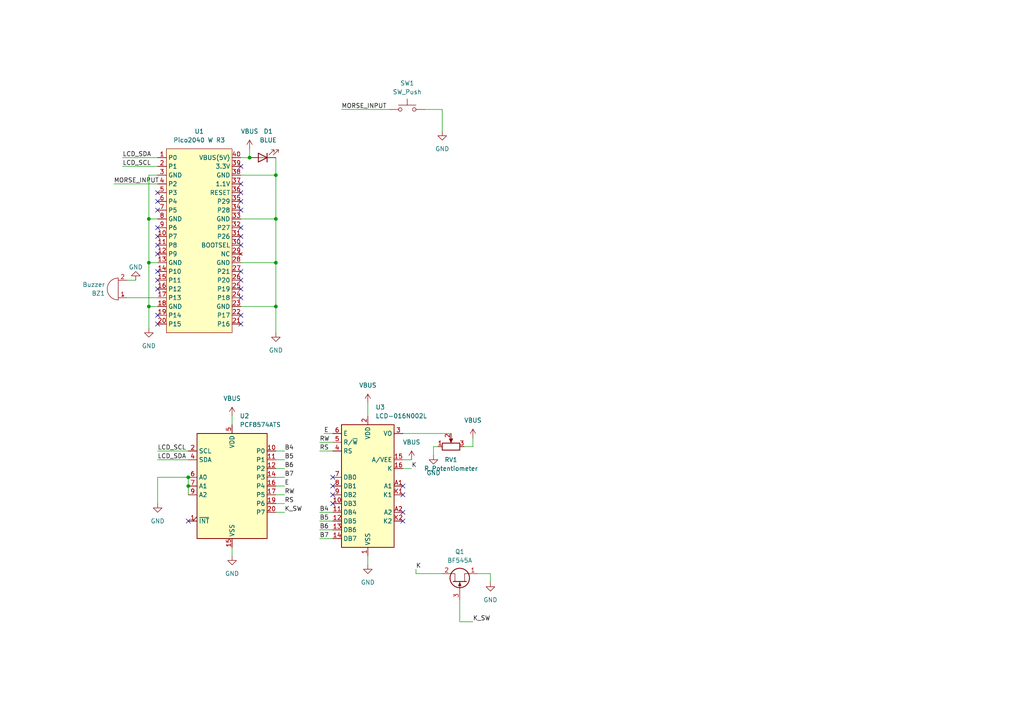
<source format=kicad_sch>
(kicad_sch (version 20230121) (generator eeschema)
  (paper "A4")
  (lib_symbols
    (symbol "Device:Buzzer" (pin_names (offset 0.0254) hide)
      (property "Reference" "BZ" (at 3.81 1.27 0))
      (property "Value" "Buzzer" (at 3.81 -1.27 0))
      (symbol "Buzzer_0_1"
        (arc (start 0 -3.175) (mid 3.1612 0) (end 0 3.175))
        (polyline (pts (xy -1.651 1.905) (xy -1.143 1.905)))
        (polyline (pts (xy -1.397 2.159) (xy -1.397 1.651)))
        (polyline (pts (xy 0 3.175) (xy 0 -3.175)))
      )
      (symbol "Buzzer_1_1"
        (pin passive line (at -2.54 2.54 0) (length 2.54) (name "-") (number "1"))
        (pin passive line (at -2.54 -2.54 0) (length 2.54) (name "+") (number "2"))
      )
    )
    (symbol "Device:LED" (pin_numbers hide) (pin_names (offset 1.016) hide)
      (property "Reference" "D" (at 0 2.54 0))
      (property "Value" "LED" (at 0 -2.54 0))
      (symbol "LED_0_1"
        (polyline (pts (xy -1.27 -1.27) (xy -1.27 1.27)) (stroke (width 0.254)))
        (polyline (pts (xy -1.27 0) (xy 1.27 0)))
        (polyline (pts (xy 1.27 -1.27) (xy 1.27 1.27) (xy -1.27 0) (xy 1.27 -1.27)) (stroke (width 0.254)))
        (polyline (pts (xy -3.048 -0.762) (xy -4.572 -2.286) (xy -3.81 -2.286) (xy -4.572 -2.286) (xy -4.572 -1.524)))
        (polyline (pts (xy -1.778 -0.762) (xy -3.302 -2.286) (xy -2.54 -2.286) (xy -3.302 -2.286) (xy -3.302 -1.524)))
      )
      (symbol "LED_1_1"
        (pin passive line (at -3.81 0 0) (length 2.54) (name "K") (number "1"))
        (pin passive line (at 3.81 0 180) (length 2.54) (name "A") (number "2"))
      )
    )
    (symbol "Device:R_Potentiometer" (pin_names (offset 1.016) hide)
      (property "Reference" "RV" (at -4.445 0 90))
      (property "Value" "R_Potentiometer" (at -2.54 0 90))
      (symbol "R_Potentiometer_0_1"
        (polyline (pts (xy 2.54 0) (xy 1.524 0)))
        (polyline (pts (xy 1.143 0) (xy 2.286 0.508) (xy 2.286 -0.508) (xy 1.143 0)) (fill (type outline)))
        (rectangle (start 1.016 2.54) (end -1.016 -2.54) (stroke (width 0.254)))
      )
      (symbol "R_Potentiometer_1_1"
        (pin passive line (at 0 3.81 270) (length 1.27) (name "1") (number "1"))
        (pin passive line (at 3.81 0 180) (length 1.27) (name "2") (number "2"))
        (pin passive line (at 0 -3.81 90) (length 1.27) (name "3") (number "3"))
      )
    )
    (symbol "Display_Character:LCD-016N002L"
      (property "Reference" "U" (at -6.35 18.796 0))
      (property "Value" "LCD-016N002L" (at 8.636 18.796 0))
      (symbol "LCD-016N002L_1_1"
        (rectangle (start -7.62 17.78) (end 7.62 -17.78) (stroke (width 0.254)) (fill (type background)))
        (pin power_in line (at 0 -20.32 90) (length 2.54) (name "VSS") (number "1"))
        (pin bidirectional line (at -10.16 -5.08 0) (length 2.54) (name "DB3") (number "10"))
        (pin bidirectional line (at -10.16 -7.62 0) (length 2.54) (name "DB4") (number "11"))
        (pin bidirectional line (at -10.16 -10.16 0) (length 2.54) (name "DB5") (number "12"))
        (pin bidirectional line (at -10.16 -12.7 0) (length 2.54) (name "DB6") (number "13"))
        (pin bidirectional line (at -10.16 -15.24 0) (length 2.54) (name "DB7") (number "14"))
        (pin power_in line (at 10.16 7.62 180) (length 2.54) (name "A/VEE") (number "15"))
        (pin power_in line (at 10.16 5.08 180) (length 2.54) (name "K") (number "16"))
        (pin power_in line (at 0 20.32 270) (length 2.54) (name "VDD") (number "2"))
        (pin input line (at 10.16 15.24 180) (length 2.54) (name "VO") (number "3"))
        (pin input line (at -10.16 10.16 0) (length 2.54) (name "RS") (number "4"))
        (pin input line (at -10.16 12.7 0) (length 2.54) (name "R/~{W}") (number "5"))
        (pin input line (at -10.16 15.24 0) (length 2.54) (name "E") (number "6"))
        (pin bidirectional line (at -10.16 2.54 0) (length 2.54) (name "DB0") (number "7"))
        (pin bidirectional line (at -10.16 0 0) (length 2.54) (name "DB1") (number "8"))
        (pin bidirectional line (at -10.16 -2.54 0) (length 2.54) (name "DB2") (number "9"))
        (pin power_in line (at 10.16 0 180) (length 2.54) (name "A1") (number "A1"))
        (pin power_in line (at 10.16 -7.62 180) (length 2.54) (name "A2") (number "A2"))
        (pin power_in line (at 10.16 -2.54 180) (length 2.54) (name "K1") (number "K1"))
        (pin power_in line (at 10.16 -10.16 180) (length 2.54) (name "K2") (number "K2"))
      )
    )
    (symbol "Interface_Expansion:PCF8574ATS"
      (property "Reference" "U" (at -8.89 16.51 0))
      (property "Value" "PCF8574ATS" (at 3.81 16.51 0))
      (symbol "PCF8574ATS_0_1"
        (rectangle (start -10.16 15.24) (end 10.16 -15.24) (stroke (width 0.254)) (fill (type background)))
      )
      (symbol "PCF8574ATS_1_1"
        (pin open_collector output_low (at -12.7 -10.16 0) (length 2.54) (name "~{INT}") (number "1"))
        (pin bidirectional line (at 12.7 10.16 180) (length 2.54) (name "P0") (number "10"))
        (pin bidirectional line (at 12.7 7.62 180) (length 2.54) (name "P1") (number "11"))
        (pin bidirectional line (at 12.7 5.08 180) (length 2.54) (name "P2") (number "12"))
        (pin no_connect line (at -10.16 -5.08 0) (length 2.54) hide (name "NC") (number "13"))
        (pin bidirectional line (at 12.7 2.54 180) (length 2.54) (name "P3") (number "14"))
        (pin power_in line (at 0 -17.78 90) (length 2.54) (name "VSS") (number "15"))
        (pin bidirectional line (at 12.7 0 180) (length 2.54) (name "P4") (number "16"))
        (pin bidirectional line (at 12.7 -2.54 180) (length 2.54) (name "P5") (number "17"))
        (pin no_connect line (at -10.16 -7.62 0) (length 2.54) hide (name "NC") (number "18"))
        (pin bidirectional line (at 12.7 -5.08 180) (length 2.54) (name "P6") (number "19"))
        (pin input line (at -12.7 10.16 0) (length 2.54) (name "SCL") (number "2"))
        (pin bidirectional line (at 12.7 -7.62 180) (length 2.54) (name "P7") (number "20"))
        (pin no_connect line (at 10.16 -10.16 180) (length 2.54) hide (name "NC") (number "3"))
        (pin bidirectional line (at -12.7 7.62 0) (length 2.54) (name "SDA") (number "4"))
        (pin power_in line (at 0 17.78 270) (length 2.54) (name "VDD") (number "5"))
        (pin input line (at -12.7 2.54 0) (length 2.54) (name "A0") (number "6"))
        (pin input line (at -12.7 0 0) (length 2.54) (name "A1") (number "7"))
        (pin no_connect line (at 10.16 -12.7 180) (length 2.54) hide (name "NC") (number "8"))
        (pin input line (at -12.7 -2.54 0) (length 2.54) (name "A2") (number "9"))
      )
    )
    (symbol "Pico2040-W:Pico2040-W-R3"
      (property "Reference" "U" (at -11.43 31.75 0))
      (property "Value" "Pico2040 W R3" (at -6.35 29.21 0))
      (symbol "Pico2040-W-R3_1_1"
        (rectangle (start -8.89 27.94) (end 10.16 -25.4) (fill (type background)))
        (pin bidirectional line (at -11.43 25.4 0) (length 2.54) (name "P0") (number "1"))
        (pin bidirectional line (at -11.43 2.54 0) (length 2.54) (name "P7") (number "10"))
        (pin bidirectional line (at -11.43 0 0) (length 2.54) (name "P8") (number "11"))
        (pin bidirectional line (at -11.43 -2.54 0) (length 2.54) (name "P9") (number "12"))
        (pin power_out line (at -11.43 -5.08 0) (length 2.54) (name "GND") (number "13"))
        (pin bidirectional line (at -11.43 -7.62 0) (length 2.54) (name "P10") (number "14"))
        (pin bidirectional line (at -11.43 -10.16 0) (length 2.54) (name "P11") (number "15"))
        (pin bidirectional line (at -11.43 -12.7 0) (length 2.54) (name "P12") (number "16"))
        (pin bidirectional line (at -11.43 -15.24 0) (length 2.54) (name "P13") (number "17"))
        (pin power_out line (at -11.43 -17.78 0) (length 2.54) (name "GND") (number "18"))
        (pin bidirectional line (at -11.43 -20.32 0) (length 2.54) (name "P14") (number "19"))
        (pin bidirectional line (at -11.43 22.86 0) (length 2.54) (name "P1") (number "2"))
        (pin bidirectional line (at -11.43 -22.86 0) (length 2.54) (name "P15") (number "20"))
        (pin bidirectional line (at 12.7 -22.86 180) (length 2.54) (name "P16") (number "21"))
        (pin bidirectional line (at 12.7 -20.32 180) (length 2.54) (name "P17") (number "22"))
        (pin power_out line (at 12.7 -17.78 180) (length 2.54) (name "GND") (number "23"))
        (pin bidirectional line (at 12.7 -15.24 180) (length 2.54) (name "P18") (number "24"))
        (pin bidirectional line (at 12.7 -12.7 180) (length 2.54) (name "P19") (number "25"))
        (pin bidirectional line (at 12.7 -10.16 180) (length 2.54) (name "P20") (number "26"))
        (pin bidirectional line (at 12.7 -7.62 180) (length 2.54) (name "P21") (number "27"))
        (pin power_out line (at 12.7 -5.08 180) (length 2.54) (name "GND") (number "28"))
        (pin no_connect line (at 12.7 -2.54 180) (length 2.54) (name "NC") (number "29"))
        (pin power_out line (at -11.43 20.32 0) (length 2.54) (name "GND") (number "3"))
        (pin input line (at 12.7 0 180) (length 2.54) (name "BOOTSEL") (number "30"))
        (pin bidirectional line (at 12.7 2.54 180) (length 2.54) (name "P26") (number "31"))
        (pin bidirectional line (at 12.7 5.08 180) (length 2.54) (name "P27") (number "32"))
        (pin power_out line (at 12.7 7.62 180) (length 2.54) (name "GND") (number "33"))
        (pin bidirectional line (at 12.7 10.16 180) (length 2.54) (name "P28") (number "34"))
        (pin bidirectional line (at 12.7 12.7 180) (length 2.54) (name "P29") (number "35"))
        (pin input line (at 12.7 15.24 180) (length 2.54) (name "RESET") (number "36"))
        (pin power_out line (at 12.7 17.78 180) (length 2.54) (name "1.1V") (number "37"))
        (pin power_out line (at 12.7 20.32 180) (length 2.54) (name "GND") (number "38"))
        (pin power_out line (at 12.7 22.86 180) (length 2.54) (name "3.3V") (number "39"))
        (pin bidirectional line (at -11.43 17.78 0) (length 2.54) (name "P2") (number "4"))
        (pin power_out line (at 12.7 25.4 180) (length 2.54) (name "VBUS(5V)") (number "40"))
        (pin bidirectional line (at -11.43 15.24 0) (length 2.54) (name "P3") (number "5"))
        (pin bidirectional line (at -11.43 12.7 0) (length 2.54) (name "P4") (number "6"))
        (pin bidirectional line (at -11.43 10.16 0) (length 2.54) (name "P5") (number "7"))
        (pin power_out line (at -11.43 7.62 0) (length 2.54) (name "GND") (number "8"))
        (pin bidirectional line (at -11.43 5.08 0) (length 2.54) (name "P6") (number "9"))
      )
    )
    (symbol "Switch:SW_Push" (pin_numbers hide) (pin_names (offset 1.016) hide)
      (property "Reference" "SW" (at 1.27 2.54 0))
      (property "Value" "SW_Push" (at 0 -1.524 0))
      (symbol "SW_Push_0_1"
        (circle (center -2.032 0) (radius 0.508))
        (polyline (pts (xy 0 1.27) (xy 0 3.048)))
        (polyline (pts (xy 2.54 1.27) (xy -2.54 1.27)))
        (circle (center 2.032 0) (radius 0.508))
        (pin passive line (at -5.08 0 0) (length 2.54) (name "1") (number "1"))
        (pin passive line (at 5.08 0 180) (length 2.54) (name "2") (number "2"))
      )
    )
    (symbol "Transistor_FET:BF545A" (pin_names hide)
      (property "Reference" "Q" (at 5.08 1.905 0))
      (property "Value" "BF545A" (at 5.08 0 0))
      (symbol "BF545A_0_1"
        (polyline (pts (xy 0.254 0) (xy -2.54 0)))
        (polyline (pts (xy 0.254 1.905) (xy 0.254 -1.905)) (stroke (width 0.254)))
        (polyline (pts (xy 2.54 -2.54) (xy 2.54 -1.397) (xy 0.254 -1.397)))
        (polyline (pts (xy 2.54 2.54) (xy 2.54 1.397) (xy 0.254 1.397)))
        (polyline (pts (xy 0 0) (xy -1.016 0.381) (xy -1.016 -0.381) (xy 0 0)) (fill (type outline)))
        (circle (center 1.27 0) (radius 2.8194) (stroke (width 0.254)))
      )
      (symbol "BF545A_1_1"
        (pin passive line (at 2.54 -5.08 90) (length 2.54) (name "S") (number "1"))
        (pin passive line (at 2.54 5.08 270) (length 2.54) (name "D") (number "2"))
        (pin input line (at -5.08 0 0) (length 2.54) (name "G") (number "3"))
      )
    )
    (symbol "power:GND" (power) (pin_names (offset 0))
      (property "Value" "GND" (at 0 -3.81 0))
      (symbol "GND_0_1"
        (polyline (pts (xy 0 0) (xy 0 -1.27) (xy 1.27 -1.27) (xy 0 -2.54) (xy -1.27 -1.27) (xy 0 -1.27)))
      )
      (symbol "GND_1_1"
        (pin power_in line (at 0 0 270) (length 0) hide (name "GND") (number "1"))
      )
    )
    (symbol "power:VBUS" (power) (pin_names (offset 0))
      (property "Value" "VBUS" (at 0 3.81 0))
      (symbol "VBUS_0_1"
        (polyline (pts (xy -0.762 1.27) (xy 0 2.54)))
        (polyline (pts (xy 0 0) (xy 0 2.54)))
        (polyline (pts (xy 0 2.54) (xy 0.762 1.27)))
      )
      (symbol "VBUS_1_1"
        (pin power_in line (at 0 0 90) (length 0) hide (name "VBUS") (number "1"))
      )
    )
  )
  (junction (at 54.61 138.43))
  (junction (at 80.01 76.2))
  (junction (at 43.18 63.5))
  (junction (at 80.01 88.9))
  (junction (at 72.39 45.72))
  (junction (at 43.18 76.2))
  (junction (at 80.01 50.8))
  (junction (at 43.18 88.9))
  (junction (at 54.61 140.97))
  (junction (at 80.01 63.5))
  (no_connect (at 54.61 151.13))
  (no_connect (at 45.72 91.44))
  (no_connect (at 69.85 71.12))
  (no_connect (at 45.72 93.98))
  (no_connect (at 69.85 81.28))
  (no_connect (at 69.85 86.36))
  (no_connect (at 45.72 66.04))
  (no_connect (at 96.52 146.05))
  (no_connect (at 69.85 60.96))
  (no_connect (at 69.85 55.88))
  (no_connect (at 45.72 60.96))
  (no_connect (at 116.84 143.51))
  (no_connect (at 45.72 78.74))
  (no_connect (at 45.72 73.66))
  (no_connect (at 96.52 138.43))
  (no_connect (at 45.72 68.58))
  (no_connect (at 69.85 53.34))
  (no_connect (at 116.84 151.13))
  (no_connect (at 69.85 66.04))
  (no_connect (at 45.72 55.88))
  (no_connect (at 45.72 58.42))
  (no_connect (at 116.84 140.97))
  (no_connect (at 45.72 71.12))
  (no_connect (at 69.85 58.42))
  (no_connect (at 96.52 140.97))
  (no_connect (at 69.85 93.98))
  (no_connect (at 69.85 91.44))
  (no_connect (at 45.72 81.28))
  (no_connect (at 69.85 48.26))
  (no_connect (at 69.85 83.82))
  (no_connect (at 116.84 148.59))
  (no_connect (at 96.52 143.51))
  (no_connect (at 69.85 78.74))
  (no_connect (at 69.85 68.58))
  (no_connect (at 45.72 83.82))
  (wire (pts (xy 80.01 96.52) (xy 80.01 88.9)))
  (wire (pts (xy 39.37 81.28) (xy 36.83 81.28)))
  (wire (pts (xy 128.27 31.75) (xy 123.19 31.75)))
  (wire (pts (xy 45.72 130.81) (xy 54.61 130.81)))
  (wire (pts (xy 106.68 116.84) (xy 106.68 120.65)))
  (wire (pts (xy 128.27 166.37) (xy 120.65 166.37)))
  (wire (pts (xy 80.01 45.72) (xy 80.01 50.8)))
  (wire (pts (xy 43.18 63.5) (xy 43.18 50.8)))
  (wire (pts (xy 119.38 133.35) (xy 116.84 133.35)))
  (wire (pts (xy 142.24 168.91) (xy 142.24 166.37)))
  (wire (pts (xy 80.01 76.2) (xy 80.01 63.5)))
  (wire (pts (xy 80.01 138.43) (xy 82.55 138.43)))
  (wire (pts (xy 80.01 148.59) (xy 82.55 148.59)))
  (wire (pts (xy 45.72 88.9) (xy 43.18 88.9)))
  (wire (pts (xy 80.01 50.8) (xy 69.85 50.8)))
  (wire (pts (xy 80.01 133.35) (xy 82.55 133.35)))
  (wire (pts (xy 116.84 125.73) (xy 130.81 125.73)))
  (wire (pts (xy 106.68 161.29) (xy 106.68 163.83)))
  (wire (pts (xy 80.01 146.05) (xy 82.55 146.05)))
  (wire (pts (xy 69.85 76.2) (xy 80.01 76.2)))
  (wire (pts (xy 43.18 76.2) (xy 43.18 63.5)))
  (wire (pts (xy 67.31 120.65) (xy 67.31 123.19)))
  (wire (pts (xy 35.56 48.26) (xy 45.72 48.26)))
  (wire (pts (xy 93.98 125.73) (xy 96.52 125.73)))
  (wire (pts (xy 92.71 128.27) (xy 96.52 128.27)))
  (wire (pts (xy 80.01 135.89) (xy 82.55 135.89)))
  (wire (pts (xy 45.72 138.43) (xy 45.72 146.05)))
  (wire (pts (xy 69.85 63.5) (xy 80.01 63.5)))
  (wire (pts (xy 45.72 133.35) (xy 54.61 133.35)))
  (wire (pts (xy 43.18 88.9) (xy 43.18 76.2)))
  (wire (pts (xy 33.02 53.34) (xy 45.72 53.34)))
  (wire (pts (xy 43.18 76.2) (xy 45.72 76.2)))
  (wire (pts (xy 99.06 31.75) (xy 113.03 31.75)))
  (wire (pts (xy 72.39 45.72) (xy 69.85 45.72)))
  (wire (pts (xy 142.24 166.37) (xy 138.43 166.37)))
  (wire (pts (xy 80.01 63.5) (xy 80.01 50.8)))
  (wire (pts (xy 92.71 151.13) (xy 96.52 151.13)))
  (wire (pts (xy 80.01 130.81) (xy 82.55 130.81)))
  (wire (pts (xy 125.73 129.54) (xy 127 129.54)))
  (wire (pts (xy 92.71 156.21) (xy 96.52 156.21)))
  (wire (pts (xy 116.84 135.89) (xy 119.38 135.89)))
  (wire (pts (xy 120.65 166.37) (xy 120.65 165.1)))
  (wire (pts (xy 137.16 180.34) (xy 133.35 180.34)))
  (wire (pts (xy 36.83 86.36) (xy 45.72 86.36)))
  (wire (pts (xy 43.18 63.5) (xy 45.72 63.5)))
  (wire (pts (xy 80.01 140.97) (xy 82.55 140.97)))
  (wire (pts (xy 80.01 88.9) (xy 80.01 76.2)))
  (wire (pts (xy 69.85 88.9) (xy 80.01 88.9)))
  (wire (pts (xy 92.71 148.59) (xy 96.52 148.59)))
  (wire (pts (xy 80.01 143.51) (xy 82.55 143.51)))
  (wire (pts (xy 54.61 138.43) (xy 45.72 138.43)))
  (wire (pts (xy 54.61 138.43) (xy 54.61 140.97)))
  (wire (pts (xy 125.73 132.08) (xy 125.73 129.54)))
  (wire (pts (xy 137.16 127) (xy 137.16 129.54)))
  (wire (pts (xy 54.61 140.97) (xy 54.61 143.51)))
  (wire (pts (xy 92.71 130.81) (xy 96.52 130.81)))
  (wire (pts (xy 35.56 45.72) (xy 45.72 45.72)))
  (wire (pts (xy 43.18 50.8) (xy 45.72 50.8)))
  (wire (pts (xy 67.31 158.75) (xy 67.31 161.29)))
  (wire (pts (xy 128.27 38.1) (xy 128.27 31.75)))
  (wire (pts (xy 92.71 153.67) (xy 96.52 153.67)))
  (wire (pts (xy 133.35 180.34) (xy 133.35 173.99)))
  (wire (pts (xy 43.18 88.9) (xy 43.18 95.25)))
  (wire (pts (xy 137.16 129.54) (xy 134.62 129.54)))
  (wire (pts (xy 72.39 43.18) (xy 72.39 45.72)))
  (label "LCD_SDA" (at 35.56 45.72 0))
  (label "E" (at 82.55 140.97 0))
  (label "RS" (at 92.71 130.81 0))
  (label "B4" (at 92.71 148.59 0))
  (label "B5" (at 82.55 133.35 0))
  (label "B6" (at 92.71 153.67 0))
  (label "RS" (at 82.55 146.05 0))
  (label "LCD_SCL" (at 45.72 130.81 0))
  (label "B5" (at 92.71 151.13 0))
  (label "K" (at 120.65 165.1 0))
  (label "B4" (at 82.55 130.81 0))
  (label "E" (at 93.98 125.73 0))
  (label "LCD_SCL" (at 35.56 48.26 0))
  (label "B7" (at 92.71 156.21 0))
  (label "LCD_SDA" (at 45.72 133.35 0))
  (label "B6" (at 82.55 135.89 0))
  (label "RW" (at 82.55 143.51 0))
  (label "K" (at 119.38 135.89 0))
  (label "MORSE_INPUT" (at 33.02 53.34 0))
  (label "K_SW" (at 137.16 180.34 0))
  (label "RW" (at 92.71 128.27 0))
  (label "MORSE_INPUT" (at 99.06 31.75 0))
  (label "K_SW" (at 82.55 148.59 0))
  (label "B7" (at 82.55 138.43 0))
  (symbol (lib_id "power:GND") (at 67.31 161.29 0) (unit 1)
    (property "Reference" "#PWR03" (effects hide))
    (property "Value" "GND" (at 67.31 166.37 0))
  )
  (symbol (lib_id "Transistor_FET:BF545A") (at 133.35 168.91 90) (unit 1)
    (property "Reference" "Q1" (at 133.35 160.02 90))
    (property "Value" "BF545A" (at 133.35 162.56 90))
    (property "Footprint" "Package_TO_SOT_SMD:SOT-23" (effects hide))
    (property "Datasheet" "https://www.nxp.com/docs/en/data-sheet/BF545A_BF545B_BF545C.pdf" (effects hide))
  )
  (symbol (lib_id "power:GND") (at 80.01 96.52 0) (unit 1)
    (property "Reference" "#PWR011" (effects hide))
    (property "Value" "GND" (at 80.01 101.6 0))
  )
  (symbol (lib_id "power:VBUS") (at 72.39 43.18 0) (unit 1)
    (property "Reference" "#PWR010" (effects hide))
    (property "Value" "VBUS" (at 72.39 38.1 0))
  )
  (symbol (lib_id "power:GND") (at 125.73 132.08 0) (unit 1)
    (property "Reference" "#PWR07" (effects hide))
    (property "Value" "GND" (at 125.73 137.16 0))
  )
  (symbol (lib_id "power:VBUS") (at 119.38 133.35 0) (mirror y) (unit 1)
    (property "Reference" "#PWR06" (effects hide))
    (property "Value" "VBUS" (at 119.38 128.27 0))
  )
  (symbol (lib_id "power:VBUS") (at 106.68 116.84 0) (unit 1)
    (property "Reference" "#PWR04" (effects hide))
    (property "Value" "VBUS" (at 106.68 111.76 0))
  )
  (symbol (lib_id "power:GND") (at 106.68 163.83 0) (unit 1)
    (property "Reference" "#PWR05" (effects hide))
    (property "Value" "GND" (at 106.68 168.91 0))
  )
  (symbol (lib_id "power:GND") (at 128.27 38.1 0) (unit 1)
    (property "Reference" "#PWR012" (effects hide))
    (property "Value" "GND" (at 128.27 43.18 0))
  )
  (symbol (lib_id "Device:LED") (at 76.2 45.72 180) (unit 1)
    (property "Reference" "D1" (at 77.7875 38.1 0))
    (property "Value" "BLUE" (at 77.7875 40.64 0))
    (property "Footprint" "LED_SMD:LED_0201_0603Metric" (effects hide))
  )
  (symbol (lib_id "power:VBUS") (at 137.16 127 0) (unit 1)
    (property "Reference" "#PWR08" (effects hide))
    (property "Value" "VBUS" (at 137.16 121.92 0))
  )
  (symbol (lib_id "power:GND") (at 45.72 146.05 0) (unit 1)
    (property "Reference" "#PWR01" (effects hide))
    (property "Value" "GND" (at 45.72 151.13 0))
  )
  (symbol (lib_id "power:GND") (at 142.24 168.91 0) (unit 1)
    (property "Reference" "#PWR09" (effects hide))
    (property "Value" "GND" (at 142.24 173.99 0))
  )
  (symbol (lib_id "Display_Character:LCD-016N002L") (at 106.68 140.97 0) (unit 1)
    (property "Reference" "U3" (at 108.9041 118.11 0) (effects (justify left)))
    (property "Value" "LCD-016N002L" (at 108.9041 120.65 0) (effects (justify left)))
    (property "Footprint" "Display:LCD-016N002L" (effects hide))
    (property "Datasheet" "http://www.vishay.com/docs/37299/37299.pdf" (effects hide))
  )
  (symbol (lib_id "Device:R_Potentiometer") (at 130.81 129.54 90) (unit 1)
    (property "Reference" "RV1" (at 130.81 133.35 90))
    (property "Value" "R_Potentiometer" (at 130.81 135.89 90))
    (property "Footprint" "Potentiometer_SMD:Potentiometer_Vishay_TS53YJ_Vertical" (effects hide))
  )
  (symbol (lib_id "Pico2040-W:Pico2040-W-R3") (at 57.15 71.12 0) (unit 1)
    (property "Reference" "U1" (at 57.785 38.1 0))
    (property "Value" "Pico2040 W R3" (at 57.785 40.64 0))
    (property "Footprint" "Pico2040-W:Pico2040-W-R3" (effects hide))
  )
  (symbol (lib_id "power:GND") (at 39.37 81.28 180) (unit 1)
    (property "Reference" "#PWR014" (effects hide))
    (property "Value" "GND" (at 39.37 77.47 0))
  )
  (symbol (lib_id "power:VBUS") (at 67.31 120.65 0) (unit 1)
    (property "Reference" "#PWR02" (effects hide))
    (property "Value" "VBUS" (at 67.31 115.57 0))
  )
  (symbol (lib_id "Device:Buzzer") (at 34.29 83.82 180) (unit 1)
    (property "Reference" "BZ1" (at 30.48 85.0901 0) (effects (justify left)))
    (property "Value" "Buzzer" (at 30.48 82.5501 0) (effects (justify left)))
    (property "Footprint" "Buzzer_Beeper:Buzzer_12x9.5RM7.6" (effects hide))
  )
  (symbol (lib_id "power:GND") (at 43.18 95.25 0) (unit 1)
    (property "Reference" "#PWR013" (effects hide))
    (property "Value" "GND" (at 43.18 100.33 0))
  )
  (symbol (lib_id "Switch:SW_Push") (at 118.11 31.75 0) (unit 1)
    (property "Reference" "SW1" (at 118.11 24.13 0))
    (property "Value" "SW_Push" (at 118.11 26.67 0))
    (property "Footprint" "Button_Switch_Keyboard:SW_Cherry_MX_1.00u_PCB" (effects hide))
  )
  (symbol (lib_id "Interface_Expansion:PCF8574ATS") (at 67.31 140.97 0) (unit 1)
    (property "Reference" "U2" (at 69.5341 120.65 0) (effects (justify left)))
    (property "Value" "PCF8574ATS" (at 69.5341 123.19 0) (effects (justify left)))
    (property "Footprint" "Package_SO:SSOP-20_4.4x6.5mm_P0.65mm" (effects hide))
    (property "Datasheet" "http://www.nxp.com/docs/en/data-sheet/PCF8574_PCF8574A.pdf" (effects hide))
  )
)
</source>
